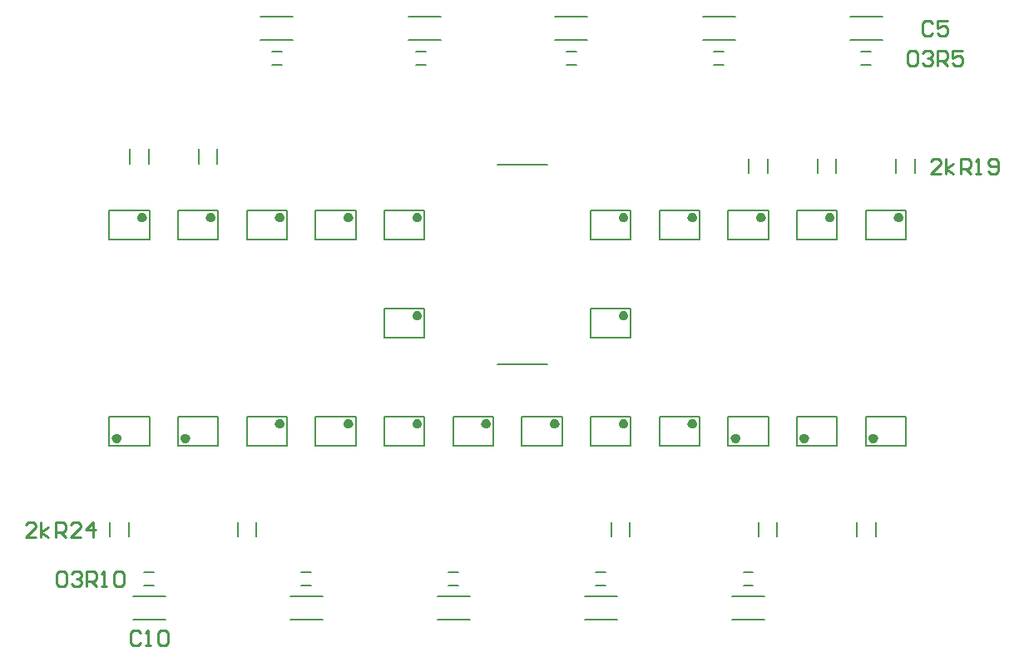
<source format=gto>
G04*
G04 #@! TF.GenerationSoftware,Altium Limited,Altium Designer,20.2.6 (244)*
G04*
G04 Layer_Color=65535*
%FSLAX25Y25*%
%MOIN*%
G70*
G04*
G04 #@! TF.SameCoordinates,2EE7C390-26CC-4BF3-962D-CD276D7F8964*
G04*
G04*
G04 #@! TF.FilePolarity,Positive*
G04*
G01*
G75*
%ADD10C,0.01968*%
%ADD11C,0.00787*%
%ADD12C,0.01000*%
D10*
X486396Y302148D02*
X485904Y303001D01*
X484919D01*
X484427Y302148D01*
X484919Y301296D01*
X485904D01*
X486396Y302148D01*
X458837D02*
X458345Y303001D01*
X457360D01*
X456868Y302148D01*
X457360Y301296D01*
X458345D01*
X458837Y302148D01*
X431278D02*
X430785Y303001D01*
X429801D01*
X429309Y302148D01*
X429801Y301296D01*
X430785D01*
X431278Y302148D01*
X403719D02*
X403226Y303001D01*
X402242D01*
X401750Y302148D01*
X402242Y301296D01*
X403226D01*
X403719Y302148D01*
X376160D02*
X375667Y303001D01*
X374683D01*
X374191Y302148D01*
X374683Y301296D01*
X375667D01*
X376160Y302148D01*
X293482D02*
X292990Y303001D01*
X292006D01*
X291514Y302148D01*
X292006Y301296D01*
X292990D01*
X293482Y302148D01*
X265923D02*
X265431Y303001D01*
X264447D01*
X263955Y302148D01*
X264447Y301296D01*
X265431D01*
X265923Y302148D01*
X238364D02*
X237872Y303001D01*
X236888D01*
X236396Y302148D01*
X236888Y301296D01*
X237872D01*
X238364Y302148D01*
X210805D02*
X210313Y303001D01*
X209329D01*
X208837Y302148D01*
X209329Y301296D01*
X210313D01*
X210805Y302148D01*
X183246D02*
X182754Y303001D01*
X181770D01*
X181278Y302148D01*
X181770Y301296D01*
X182754D01*
X183246Y302148D01*
X376160Y262778D02*
X375667Y263631D01*
X374683D01*
X374191Y262778D01*
X374683Y261926D01*
X375667D01*
X376160Y262778D01*
X293482D02*
X292990Y263631D01*
X292006D01*
X291514Y262778D01*
X292006Y261926D01*
X292990D01*
X293482Y262778D01*
X476203Y213600D02*
X475711Y214452D01*
X474726D01*
X474234Y213600D01*
X474726Y212747D01*
X475711D01*
X476203Y213600D01*
X448644D02*
X448152Y214452D01*
X447167D01*
X446675Y213600D01*
X447167Y212747D01*
X448152D01*
X448644Y213600D01*
X421085D02*
X420592Y214452D01*
X419608D01*
X419116Y213600D01*
X419608Y212747D01*
X420592D01*
X421085Y213600D01*
X200612D02*
X200120Y214452D01*
X199136D01*
X198644Y213600D01*
X199136Y212747D01*
X200120D01*
X200612Y213600D01*
X173053D02*
X172561Y214452D01*
X171577D01*
X171085Y213600D01*
X171577Y212747D01*
X172561D01*
X173053Y213600D01*
X376160Y219471D02*
X375667Y220323D01*
X374683D01*
X374191Y219471D01*
X374683Y218619D01*
X375667D01*
X376160Y219471D01*
X348600D02*
X348108Y220323D01*
X347124D01*
X346632Y219471D01*
X347124Y218619D01*
X348108D01*
X348600Y219471D01*
X238364D02*
X237872Y220323D01*
X236888D01*
X236396Y219471D01*
X236888Y218619D01*
X237872D01*
X238364Y219471D01*
X265923D02*
X265431Y220323D01*
X264447D01*
X263955Y219471D01*
X264447Y218619D01*
X265431D01*
X265923Y219471D01*
X293482D02*
X292990Y220323D01*
X292006D01*
X291514Y219471D01*
X292006Y218619D01*
X292990D01*
X293482Y219471D01*
X403719D02*
X403226Y220323D01*
X402242D01*
X401750Y219471D01*
X402242Y218619D01*
X403226D01*
X403719Y219471D01*
X321041D02*
X320549Y220323D01*
X319565D01*
X319073Y219471D01*
X319565Y218619D01*
X320549D01*
X321041Y219471D01*
D11*
X491929Y319882D02*
Y325787D01*
X484449Y319882D02*
Y325787D01*
X184843Y323819D02*
Y329724D01*
X177362Y323819D02*
Y329724D01*
X212402Y323819D02*
Y329724D01*
X204921Y323819D02*
Y329724D01*
X432874Y319882D02*
Y325787D01*
X425394Y319882D02*
Y325787D01*
X460433Y319882D02*
Y325787D01*
X452953Y319882D02*
Y325787D01*
X468701Y174213D02*
Y180118D01*
X476181Y174213D02*
Y180118D01*
X169488Y174213D02*
Y180118D01*
X176969Y174213D02*
Y180118D01*
X220669Y174213D02*
Y180118D01*
X228150Y174213D02*
Y180118D01*
X370276Y174213D02*
Y180118D01*
X377756Y174213D02*
Y180118D01*
X429331Y174213D02*
Y180118D01*
X436811Y174213D02*
Y180118D01*
X183071Y154823D02*
X187008D01*
X183071Y160138D02*
X187008D01*
X178531Y150308D02*
X191548D01*
X178531Y141031D02*
X191548D01*
X418689Y150308D02*
X431705D01*
X418689Y141031D02*
X431705D01*
X423228Y154823D02*
X427165D01*
X423228Y160138D02*
X427165D01*
X470472Y363484D02*
X474409D01*
X470472Y368799D02*
X474409D01*
X465933Y382591D02*
X478949D01*
X465933Y373315D02*
X478949D01*
X229712Y382591D02*
X242729D01*
X229712Y373315D02*
X242729D01*
X234252Y363484D02*
X238189D01*
X234252Y368799D02*
X238189D01*
X359633Y141031D02*
X372650D01*
X359633Y150308D02*
X372650D01*
X364173Y160138D02*
X368110D01*
X364173Y154823D02*
X368110D01*
X300578Y141031D02*
X313595D01*
X300578Y150308D02*
X313595D01*
X305118Y160138D02*
X309055D01*
X305118Y154823D02*
X309055D01*
X241523Y141031D02*
X254540D01*
X241523Y150308D02*
X254540D01*
X246063Y160138D02*
X250000D01*
X246063Y154823D02*
X250000D01*
X411417Y368799D02*
X415354D01*
X411417Y363484D02*
X415354D01*
X406878Y373315D02*
X419894D01*
X406878Y382591D02*
X419894D01*
X352362Y368799D02*
X356299D01*
X352362Y363484D02*
X356299D01*
X347822Y373315D02*
X360839D01*
X347822Y382591D02*
X360839D01*
X292028Y368799D02*
X295965D01*
X292028Y363484D02*
X295965D01*
X289158Y373315D02*
X302174D01*
X289158Y382591D02*
X302174D01*
X185215Y293307D02*
Y305118D01*
X169116Y293307D02*
X185215D01*
X169116D02*
Y305118D01*
X185215D01*
X417148D02*
X433246D01*
X417148Y293307D02*
Y305118D01*
Y293307D02*
X433246D01*
Y305118D01*
X444707D02*
X460805D01*
X444707Y293307D02*
Y305118D01*
Y293307D02*
X460805D01*
Y305118D01*
X472266D02*
X488364D01*
X472266Y293307D02*
Y305118D01*
Y293307D02*
X488364D01*
Y305118D01*
X389589Y222441D02*
X405687D01*
X389589Y210630D02*
Y222441D01*
Y210630D02*
X405687D01*
Y222441D01*
X306911D02*
X323010D01*
X306911Y210630D02*
Y222441D01*
Y210630D02*
X323010D01*
Y222441D01*
X362030Y265748D02*
X378128D01*
X362030Y253937D02*
Y265748D01*
Y253937D02*
X378128D01*
Y265748D01*
X362030Y305118D02*
X378128D01*
X362030Y293307D02*
Y305118D01*
Y293307D02*
X378128D01*
Y305118D01*
X389589D02*
X405687D01*
X389589Y293307D02*
Y305118D01*
Y293307D02*
X405687D01*
Y305118D01*
X472266Y210630D02*
X488364D01*
Y222441D01*
X472266D02*
X488364D01*
X472266Y210630D02*
Y222441D01*
X444707Y210630D02*
X460805D01*
Y222441D01*
X444707D02*
X460805D01*
X444707Y210630D02*
Y222441D01*
X417148Y210630D02*
X433246D01*
Y222441D01*
X417148D02*
X433246D01*
X417148Y210630D02*
Y222441D01*
X196675Y210630D02*
X212774D01*
Y222441D01*
X196675D02*
X212774D01*
X196675Y210630D02*
Y222441D01*
X169116Y210630D02*
X185215D01*
Y222441D01*
X169116D02*
X185215D01*
X169116Y210630D02*
Y222441D01*
X251793Y305118D02*
X267892D01*
X251793Y293307D02*
Y305118D01*
Y293307D02*
X267892D01*
Y305118D01*
X362030Y222441D02*
X378128D01*
X362030Y210630D02*
Y222441D01*
Y210630D02*
X378128D01*
Y222441D01*
X334471D02*
X350569D01*
X334471Y210630D02*
Y222441D01*
Y210630D02*
X350569D01*
Y222441D01*
X324646Y323465D02*
X344646D01*
X324646Y243465D02*
X344646D01*
X279352Y305118D02*
X295451D01*
X279352Y293307D02*
Y305118D01*
Y293307D02*
X295451D01*
Y305118D01*
X279352Y265748D02*
X295451D01*
X279352Y253937D02*
Y265748D01*
Y253937D02*
X295451D01*
Y265748D01*
X224234Y222441D02*
X240333D01*
X224234Y210630D02*
Y222441D01*
Y210630D02*
X240333D01*
Y222441D01*
X251793D02*
X267892D01*
X251793Y210630D02*
Y222441D01*
Y210630D02*
X267892D01*
Y222441D01*
X279352D02*
X295451D01*
X279352Y210630D02*
Y222441D01*
Y210630D02*
X295451D01*
Y222441D01*
X240333Y293307D02*
Y305118D01*
X224234Y293307D02*
X240333D01*
X224234D02*
Y305118D01*
X240333D01*
X212774Y293307D02*
Y305118D01*
X196675Y293307D02*
X212774D01*
X196675D02*
Y305118D01*
X212774D01*
D12*
X139610Y174166D02*
X135611D01*
X139610Y178165D01*
Y179165D01*
X138610Y180164D01*
X136610D01*
X135611Y179165D01*
X141609Y174166D02*
Y180164D01*
Y176166D02*
X144608Y178165D01*
X141609Y176166D02*
X144608Y174166D01*
X147607D02*
Y180164D01*
X150606D01*
X151606Y179165D01*
Y177165D01*
X150606Y176166D01*
X147607D01*
X149606D02*
X151606Y174166D01*
X157604D02*
X153605D01*
X157604Y178165D01*
Y179165D01*
X156604Y180164D01*
X154605D01*
X153605Y179165D01*
X162602Y174166D02*
Y180164D01*
X159603Y177165D01*
X163602D01*
X502314Y319836D02*
X498315D01*
X502314Y323834D01*
Y324834D01*
X501314Y325834D01*
X499315D01*
X498315Y324834D01*
X504314Y319836D02*
Y325834D01*
Y321835D02*
X507312Y323834D01*
X504314Y321835D02*
X507312Y319836D01*
X510312D02*
Y325834D01*
X513310D01*
X514310Y324834D01*
Y322835D01*
X513310Y321835D01*
X510312D01*
X512311D02*
X514310Y319836D01*
X516310D02*
X518309D01*
X517309D01*
Y325834D01*
X516310Y324834D01*
X521308Y320835D02*
X522308Y319836D01*
X524307D01*
X525307Y320835D01*
Y324834D01*
X524307Y325834D01*
X522308D01*
X521308Y324834D01*
Y323834D01*
X522308Y322835D01*
X525307D01*
X181541Y135858D02*
X180541Y136857D01*
X178542D01*
X177542Y135858D01*
Y131859D01*
X178542Y130859D01*
X180541D01*
X181541Y131859D01*
X183540Y130859D02*
X185539D01*
X184539D01*
Y136857D01*
X183540Y135858D01*
X188538D02*
X189538Y136857D01*
X191537D01*
X192537Y135858D01*
Y131859D01*
X191537Y130859D01*
X189538D01*
X188538Y131859D01*
Y135858D01*
X499000Y379952D02*
X498001Y380952D01*
X496001D01*
X495002Y379952D01*
Y375953D01*
X496001Y374954D01*
X498001D01*
X499000Y375953D01*
X504998Y380952D02*
X501000D01*
Y377953D01*
X502999Y378952D01*
X503999D01*
X504998Y377953D01*
Y375953D01*
X503999Y374954D01*
X501999D01*
X501000Y375953D01*
X147922Y159480D02*
X148921Y160479D01*
X150921D01*
X151920Y159480D01*
Y155481D01*
X150921Y154481D01*
X148921D01*
X147922Y155481D01*
Y159480D01*
X153920D02*
X154919Y160479D01*
X156919D01*
X157919Y159480D01*
Y158480D01*
X156919Y157480D01*
X155919D01*
X156919D01*
X157919Y156481D01*
Y155481D01*
X156919Y154481D01*
X154919D01*
X153920Y155481D01*
X159918Y154481D02*
Y160479D01*
X162917D01*
X163917Y159480D01*
Y157480D01*
X162917Y156481D01*
X159918D01*
X161917D02*
X163917Y154481D01*
X165916D02*
X167915D01*
X166916D01*
Y160479D01*
X165916Y159480D01*
X170914D02*
X171914Y160479D01*
X173913D01*
X174913Y159480D01*
Y155481D01*
X173913Y154481D01*
X171914D01*
X170914Y155481D01*
Y159480D01*
X489004Y368141D02*
X490003Y369141D01*
X492003D01*
X493002Y368141D01*
Y364142D01*
X492003Y363143D01*
X490003D01*
X489004Y364142D01*
Y368141D01*
X495002D02*
X496001Y369141D01*
X498001D01*
X499000Y368141D01*
Y367141D01*
X498001Y366142D01*
X497001D01*
X498001D01*
X499000Y365142D01*
Y364142D01*
X498001Y363143D01*
X496001D01*
X495002Y364142D01*
X501000Y363143D02*
Y369141D01*
X503999D01*
X504998Y368141D01*
Y366142D01*
X503999Y365142D01*
X501000D01*
X502999D02*
X504998Y363143D01*
X510996Y369141D02*
X506998D01*
Y366142D01*
X508997Y367141D01*
X509997D01*
X510996Y366142D01*
Y364142D01*
X509997Y363143D01*
X507997D01*
X506998Y364142D01*
M02*

</source>
